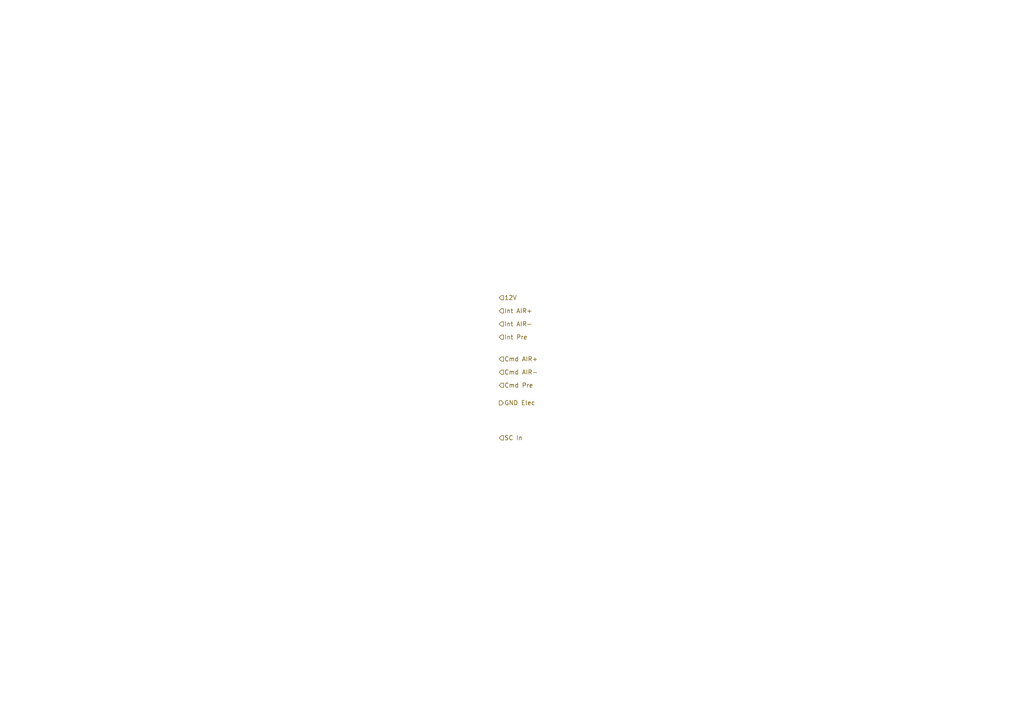
<source format=kicad_sch>
(kicad_sch
	(version 20231120)
	(generator "eeschema")
	(generator_version "8.0")
	(uuid "52057539-d811-4e17-b387-a741efb26ad5")
	(paper "A4")
	(lib_symbols)
	(hierarchical_label "Cmd AIR+"
		(shape input)
		(at 144.78 104.14 0)
		(fields_autoplaced yes)
		(effects
			(font
				(size 1.27 1.27)
			)
			(justify left)
		)
		(uuid "0fab409c-daa3-4e31-895c-827028fc65f4")
	)
	(hierarchical_label "SC In"
		(shape input)
		(at 144.78 127 0)
		(fields_autoplaced yes)
		(effects
			(font
				(size 1.27 1.27)
			)
			(justify left)
		)
		(uuid "6d0a61a8-1137-4352-9d60-bc743f5d166e")
	)
	(hierarchical_label "Int Pre"
		(shape input)
		(at 144.78 97.79 0)
		(fields_autoplaced yes)
		(effects
			(font
				(size 1.27 1.27)
			)
			(justify left)
		)
		(uuid "7d847ee8-c573-4fa8-8caf-234fb9456ecb")
	)
	(hierarchical_label "Cmd Pre"
		(shape input)
		(at 144.78 111.76 0)
		(fields_autoplaced yes)
		(effects
			(font
				(size 1.27 1.27)
			)
			(justify left)
		)
		(uuid "90f9279c-1ff3-42e1-a878-2429386b3b2a")
	)
	(hierarchical_label "GND Elec"
		(shape output)
		(at 144.78 116.84 0)
		(fields_autoplaced yes)
		(effects
			(font
				(size 1.27 1.27)
			)
			(justify left)
		)
		(uuid "a222f6e5-be21-47bc-911e-7e2bfda900e3")
	)
	(hierarchical_label "Int AIR+"
		(shape input)
		(at 144.78 90.17 0)
		(fields_autoplaced yes)
		(effects
			(font
				(size 1.27 1.27)
			)
			(justify left)
		)
		(uuid "b470231b-ecaa-46be-9413-c9f153291b05")
	)
	(hierarchical_label "12V"
		(shape input)
		(at 144.78 86.36 0)
		(fields_autoplaced yes)
		(effects
			(font
				(size 1.27 1.27)
			)
			(justify left)
		)
		(uuid "b5a42c6f-43c7-45af-97a7-f2aab274058a")
	)
	(hierarchical_label "Int AIR-"
		(shape input)
		(at 144.78 93.98 0)
		(fields_autoplaced yes)
		(effects
			(font
				(size 1.27 1.27)
			)
			(justify left)
		)
		(uuid "dfc0075f-d4c7-43ec-8150-d70f74670512")
	)
	(hierarchical_label "Cmd AIR-"
		(shape input)
		(at 144.78 107.95 0)
		(fields_autoplaced yes)
		(effects
			(font
				(size 1.27 1.27)
			)
			(justify left)
		)
		(uuid "fb32384f-1f2c-4521-a6d6-868c18655666")
	)
)

</source>
